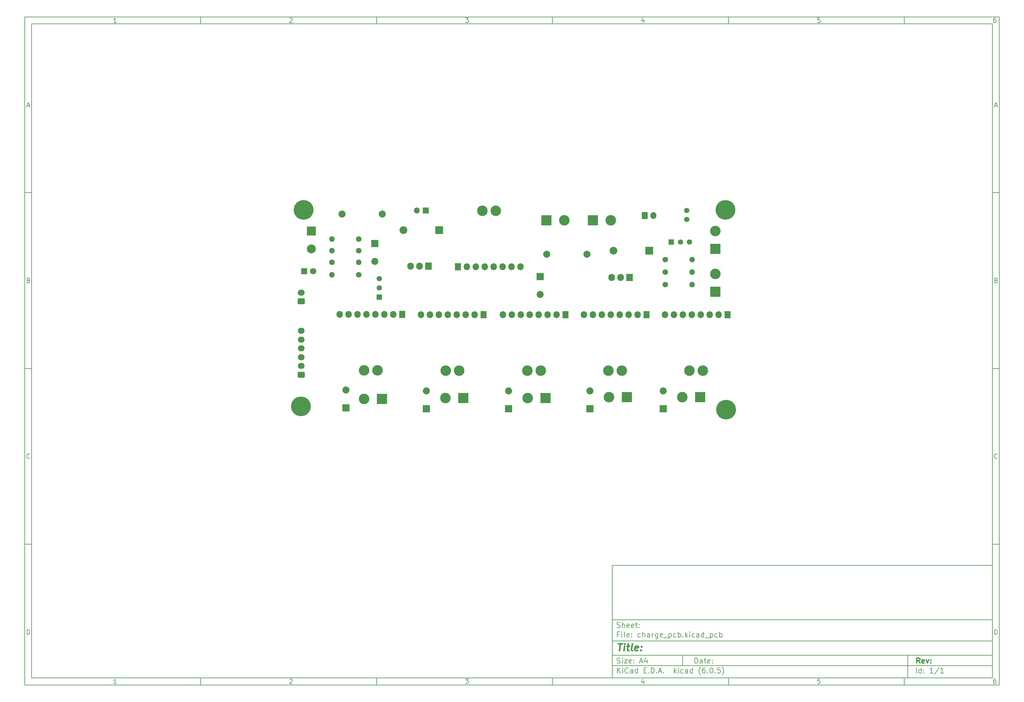
<source format=gts>
G04 #@! TF.GenerationSoftware,KiCad,Pcbnew,(6.0.5)*
G04 #@! TF.CreationDate,2024-02-08T12:48:18+01:00*
G04 #@! TF.ProjectId,charge_pcb,63686172-6765-45f7-9063-622e6b696361,rev?*
G04 #@! TF.SameCoordinates,Original*
G04 #@! TF.FileFunction,Soldermask,Top*
G04 #@! TF.FilePolarity,Negative*
%FSLAX46Y46*%
G04 Gerber Fmt 4.6, Leading zero omitted, Abs format (unit mm)*
G04 Created by KiCad (PCBNEW (6.0.5)) date 2024-02-08 12:48:18*
%MOMM*%
%LPD*%
G01*
G04 APERTURE LIST*
G04 Aperture macros list*
%AMRoundRect*
0 Rectangle with rounded corners*
0 $1 Rounding radius*
0 $2 $3 $4 $5 $6 $7 $8 $9 X,Y pos of 4 corners*
0 Add a 4 corners polygon primitive as box body*
4,1,4,$2,$3,$4,$5,$6,$7,$8,$9,$2,$3,0*
0 Add four circle primitives for the rounded corners*
1,1,$1+$1,$2,$3*
1,1,$1+$1,$4,$5*
1,1,$1+$1,$6,$7*
1,1,$1+$1,$8,$9*
0 Add four rect primitives between the rounded corners*
20,1,$1+$1,$2,$3,$4,$5,0*
20,1,$1+$1,$4,$5,$6,$7,0*
20,1,$1+$1,$6,$7,$8,$9,0*
20,1,$1+$1,$8,$9,$2,$3,0*%
G04 Aperture macros list end*
%ADD10C,0.100000*%
%ADD11C,0.150000*%
%ADD12C,0.300000*%
%ADD13C,0.400000*%
%ADD14R,2.540000X2.540000*%
%ADD15C,2.540000*%
%ADD16C,1.501140*%
%ADD17R,2.000000X2.000000*%
%ADD18O,2.000000X2.000000*%
%ADD19C,2.000000*%
%ADD20R,3.000000X3.000000*%
%ADD21C,3.000000*%
%ADD22R,1.500000X1.500000*%
%ADD23C,1.500000*%
%ADD24C,1.600000*%
%ADD25O,1.600000X1.600000*%
%ADD26C,5.600000*%
%ADD27C,3.600000*%
%ADD28R,1.905000X2.000000*%
%ADD29O,1.905000X2.000000*%
%ADD30RoundRect,0.250000X0.725000X-0.600000X0.725000X0.600000X-0.725000X0.600000X-0.725000X-0.600000X0*%
%ADD31O,1.950000X1.700000*%
%ADD32RoundRect,0.250000X0.750000X-0.600000X0.750000X0.600000X-0.750000X0.600000X-0.750000X-0.600000X0*%
%ADD33O,2.000000X1.700000*%
%ADD34RoundRect,0.250000X-0.600000X-0.750000X0.600000X-0.750000X0.600000X0.750000X-0.600000X0.750000X0*%
%ADD35O,1.700000X2.000000*%
%ADD36R,1.800000X2.000000*%
%ADD37O,1.800000X2.000000*%
%ADD38O,3.000000X3.000000*%
%ADD39R,1.700000X1.700000*%
%ADD40O,1.700000X1.700000*%
%ADD41R,1.800000X1.800000*%
%ADD42C,1.800000*%
%ADD43R,2.200000X2.200000*%
%ADD44O,2.200000X2.200000*%
G04 APERTURE END LIST*
D10*
D11*
X177002200Y-166007200D02*
X177002200Y-198007200D01*
X285002200Y-198007200D01*
X285002200Y-166007200D01*
X177002200Y-166007200D01*
D10*
D11*
X10000000Y-10000000D02*
X10000000Y-200007200D01*
X287002200Y-200007200D01*
X287002200Y-10000000D01*
X10000000Y-10000000D01*
D10*
D11*
X12000000Y-12000000D02*
X12000000Y-198007200D01*
X285002200Y-198007200D01*
X285002200Y-12000000D01*
X12000000Y-12000000D01*
D10*
D11*
X60000000Y-12000000D02*
X60000000Y-10000000D01*
D10*
D11*
X110000000Y-12000000D02*
X110000000Y-10000000D01*
D10*
D11*
X160000000Y-12000000D02*
X160000000Y-10000000D01*
D10*
D11*
X210000000Y-12000000D02*
X210000000Y-10000000D01*
D10*
D11*
X260000000Y-12000000D02*
X260000000Y-10000000D01*
D10*
D11*
X36065476Y-11588095D02*
X35322619Y-11588095D01*
X35694047Y-11588095D02*
X35694047Y-10288095D01*
X35570238Y-10473809D01*
X35446428Y-10597619D01*
X35322619Y-10659523D01*
D10*
D11*
X85322619Y-10411904D02*
X85384523Y-10350000D01*
X85508333Y-10288095D01*
X85817857Y-10288095D01*
X85941666Y-10350000D01*
X86003571Y-10411904D01*
X86065476Y-10535714D01*
X86065476Y-10659523D01*
X86003571Y-10845238D01*
X85260714Y-11588095D01*
X86065476Y-11588095D01*
D10*
D11*
X135260714Y-10288095D02*
X136065476Y-10288095D01*
X135632142Y-10783333D01*
X135817857Y-10783333D01*
X135941666Y-10845238D01*
X136003571Y-10907142D01*
X136065476Y-11030952D01*
X136065476Y-11340476D01*
X136003571Y-11464285D01*
X135941666Y-11526190D01*
X135817857Y-11588095D01*
X135446428Y-11588095D01*
X135322619Y-11526190D01*
X135260714Y-11464285D01*
D10*
D11*
X185941666Y-10721428D02*
X185941666Y-11588095D01*
X185632142Y-10226190D02*
X185322619Y-11154761D01*
X186127380Y-11154761D01*
D10*
D11*
X236003571Y-10288095D02*
X235384523Y-10288095D01*
X235322619Y-10907142D01*
X235384523Y-10845238D01*
X235508333Y-10783333D01*
X235817857Y-10783333D01*
X235941666Y-10845238D01*
X236003571Y-10907142D01*
X236065476Y-11030952D01*
X236065476Y-11340476D01*
X236003571Y-11464285D01*
X235941666Y-11526190D01*
X235817857Y-11588095D01*
X235508333Y-11588095D01*
X235384523Y-11526190D01*
X235322619Y-11464285D01*
D10*
D11*
X285941666Y-10288095D02*
X285694047Y-10288095D01*
X285570238Y-10350000D01*
X285508333Y-10411904D01*
X285384523Y-10597619D01*
X285322619Y-10845238D01*
X285322619Y-11340476D01*
X285384523Y-11464285D01*
X285446428Y-11526190D01*
X285570238Y-11588095D01*
X285817857Y-11588095D01*
X285941666Y-11526190D01*
X286003571Y-11464285D01*
X286065476Y-11340476D01*
X286065476Y-11030952D01*
X286003571Y-10907142D01*
X285941666Y-10845238D01*
X285817857Y-10783333D01*
X285570238Y-10783333D01*
X285446428Y-10845238D01*
X285384523Y-10907142D01*
X285322619Y-11030952D01*
D10*
D11*
X60000000Y-198007200D02*
X60000000Y-200007200D01*
D10*
D11*
X110000000Y-198007200D02*
X110000000Y-200007200D01*
D10*
D11*
X160000000Y-198007200D02*
X160000000Y-200007200D01*
D10*
D11*
X210000000Y-198007200D02*
X210000000Y-200007200D01*
D10*
D11*
X260000000Y-198007200D02*
X260000000Y-200007200D01*
D10*
D11*
X36065476Y-199595295D02*
X35322619Y-199595295D01*
X35694047Y-199595295D02*
X35694047Y-198295295D01*
X35570238Y-198481009D01*
X35446428Y-198604819D01*
X35322619Y-198666723D01*
D10*
D11*
X85322619Y-198419104D02*
X85384523Y-198357200D01*
X85508333Y-198295295D01*
X85817857Y-198295295D01*
X85941666Y-198357200D01*
X86003571Y-198419104D01*
X86065476Y-198542914D01*
X86065476Y-198666723D01*
X86003571Y-198852438D01*
X85260714Y-199595295D01*
X86065476Y-199595295D01*
D10*
D11*
X135260714Y-198295295D02*
X136065476Y-198295295D01*
X135632142Y-198790533D01*
X135817857Y-198790533D01*
X135941666Y-198852438D01*
X136003571Y-198914342D01*
X136065476Y-199038152D01*
X136065476Y-199347676D01*
X136003571Y-199471485D01*
X135941666Y-199533390D01*
X135817857Y-199595295D01*
X135446428Y-199595295D01*
X135322619Y-199533390D01*
X135260714Y-199471485D01*
D10*
D11*
X185941666Y-198728628D02*
X185941666Y-199595295D01*
X185632142Y-198233390D02*
X185322619Y-199161961D01*
X186127380Y-199161961D01*
D10*
D11*
X236003571Y-198295295D02*
X235384523Y-198295295D01*
X235322619Y-198914342D01*
X235384523Y-198852438D01*
X235508333Y-198790533D01*
X235817857Y-198790533D01*
X235941666Y-198852438D01*
X236003571Y-198914342D01*
X236065476Y-199038152D01*
X236065476Y-199347676D01*
X236003571Y-199471485D01*
X235941666Y-199533390D01*
X235817857Y-199595295D01*
X235508333Y-199595295D01*
X235384523Y-199533390D01*
X235322619Y-199471485D01*
D10*
D11*
X285941666Y-198295295D02*
X285694047Y-198295295D01*
X285570238Y-198357200D01*
X285508333Y-198419104D01*
X285384523Y-198604819D01*
X285322619Y-198852438D01*
X285322619Y-199347676D01*
X285384523Y-199471485D01*
X285446428Y-199533390D01*
X285570238Y-199595295D01*
X285817857Y-199595295D01*
X285941666Y-199533390D01*
X286003571Y-199471485D01*
X286065476Y-199347676D01*
X286065476Y-199038152D01*
X286003571Y-198914342D01*
X285941666Y-198852438D01*
X285817857Y-198790533D01*
X285570238Y-198790533D01*
X285446428Y-198852438D01*
X285384523Y-198914342D01*
X285322619Y-199038152D01*
D10*
D11*
X10000000Y-60000000D02*
X12000000Y-60000000D01*
D10*
D11*
X10000000Y-110000000D02*
X12000000Y-110000000D01*
D10*
D11*
X10000000Y-160000000D02*
X12000000Y-160000000D01*
D10*
D11*
X10690476Y-35216666D02*
X11309523Y-35216666D01*
X10566666Y-35588095D02*
X11000000Y-34288095D01*
X11433333Y-35588095D01*
D10*
D11*
X11092857Y-84907142D02*
X11278571Y-84969047D01*
X11340476Y-85030952D01*
X11402380Y-85154761D01*
X11402380Y-85340476D01*
X11340476Y-85464285D01*
X11278571Y-85526190D01*
X11154761Y-85588095D01*
X10659523Y-85588095D01*
X10659523Y-84288095D01*
X11092857Y-84288095D01*
X11216666Y-84350000D01*
X11278571Y-84411904D01*
X11340476Y-84535714D01*
X11340476Y-84659523D01*
X11278571Y-84783333D01*
X11216666Y-84845238D01*
X11092857Y-84907142D01*
X10659523Y-84907142D01*
D10*
D11*
X11402380Y-135464285D02*
X11340476Y-135526190D01*
X11154761Y-135588095D01*
X11030952Y-135588095D01*
X10845238Y-135526190D01*
X10721428Y-135402380D01*
X10659523Y-135278571D01*
X10597619Y-135030952D01*
X10597619Y-134845238D01*
X10659523Y-134597619D01*
X10721428Y-134473809D01*
X10845238Y-134350000D01*
X11030952Y-134288095D01*
X11154761Y-134288095D01*
X11340476Y-134350000D01*
X11402380Y-134411904D01*
D10*
D11*
X10659523Y-185588095D02*
X10659523Y-184288095D01*
X10969047Y-184288095D01*
X11154761Y-184350000D01*
X11278571Y-184473809D01*
X11340476Y-184597619D01*
X11402380Y-184845238D01*
X11402380Y-185030952D01*
X11340476Y-185278571D01*
X11278571Y-185402380D01*
X11154761Y-185526190D01*
X10969047Y-185588095D01*
X10659523Y-185588095D01*
D10*
D11*
X287002200Y-60000000D02*
X285002200Y-60000000D01*
D10*
D11*
X287002200Y-110000000D02*
X285002200Y-110000000D01*
D10*
D11*
X287002200Y-160000000D02*
X285002200Y-160000000D01*
D10*
D11*
X285692676Y-35216666D02*
X286311723Y-35216666D01*
X285568866Y-35588095D02*
X286002200Y-34288095D01*
X286435533Y-35588095D01*
D10*
D11*
X286095057Y-84907142D02*
X286280771Y-84969047D01*
X286342676Y-85030952D01*
X286404580Y-85154761D01*
X286404580Y-85340476D01*
X286342676Y-85464285D01*
X286280771Y-85526190D01*
X286156961Y-85588095D01*
X285661723Y-85588095D01*
X285661723Y-84288095D01*
X286095057Y-84288095D01*
X286218866Y-84350000D01*
X286280771Y-84411904D01*
X286342676Y-84535714D01*
X286342676Y-84659523D01*
X286280771Y-84783333D01*
X286218866Y-84845238D01*
X286095057Y-84907142D01*
X285661723Y-84907142D01*
D10*
D11*
X286404580Y-135464285D02*
X286342676Y-135526190D01*
X286156961Y-135588095D01*
X286033152Y-135588095D01*
X285847438Y-135526190D01*
X285723628Y-135402380D01*
X285661723Y-135278571D01*
X285599819Y-135030952D01*
X285599819Y-134845238D01*
X285661723Y-134597619D01*
X285723628Y-134473809D01*
X285847438Y-134350000D01*
X286033152Y-134288095D01*
X286156961Y-134288095D01*
X286342676Y-134350000D01*
X286404580Y-134411904D01*
D10*
D11*
X285661723Y-185588095D02*
X285661723Y-184288095D01*
X285971247Y-184288095D01*
X286156961Y-184350000D01*
X286280771Y-184473809D01*
X286342676Y-184597619D01*
X286404580Y-184845238D01*
X286404580Y-185030952D01*
X286342676Y-185278571D01*
X286280771Y-185402380D01*
X286156961Y-185526190D01*
X285971247Y-185588095D01*
X285661723Y-185588095D01*
D10*
D11*
X200434342Y-193785771D02*
X200434342Y-192285771D01*
X200791485Y-192285771D01*
X201005771Y-192357200D01*
X201148628Y-192500057D01*
X201220057Y-192642914D01*
X201291485Y-192928628D01*
X201291485Y-193142914D01*
X201220057Y-193428628D01*
X201148628Y-193571485D01*
X201005771Y-193714342D01*
X200791485Y-193785771D01*
X200434342Y-193785771D01*
X202577200Y-193785771D02*
X202577200Y-193000057D01*
X202505771Y-192857200D01*
X202362914Y-192785771D01*
X202077200Y-192785771D01*
X201934342Y-192857200D01*
X202577200Y-193714342D02*
X202434342Y-193785771D01*
X202077200Y-193785771D01*
X201934342Y-193714342D01*
X201862914Y-193571485D01*
X201862914Y-193428628D01*
X201934342Y-193285771D01*
X202077200Y-193214342D01*
X202434342Y-193214342D01*
X202577200Y-193142914D01*
X203077200Y-192785771D02*
X203648628Y-192785771D01*
X203291485Y-192285771D02*
X203291485Y-193571485D01*
X203362914Y-193714342D01*
X203505771Y-193785771D01*
X203648628Y-193785771D01*
X204720057Y-193714342D02*
X204577200Y-193785771D01*
X204291485Y-193785771D01*
X204148628Y-193714342D01*
X204077200Y-193571485D01*
X204077200Y-193000057D01*
X204148628Y-192857200D01*
X204291485Y-192785771D01*
X204577200Y-192785771D01*
X204720057Y-192857200D01*
X204791485Y-193000057D01*
X204791485Y-193142914D01*
X204077200Y-193285771D01*
X205434342Y-193642914D02*
X205505771Y-193714342D01*
X205434342Y-193785771D01*
X205362914Y-193714342D01*
X205434342Y-193642914D01*
X205434342Y-193785771D01*
X205434342Y-192857200D02*
X205505771Y-192928628D01*
X205434342Y-193000057D01*
X205362914Y-192928628D01*
X205434342Y-192857200D01*
X205434342Y-193000057D01*
D10*
D11*
X177002200Y-194507200D02*
X285002200Y-194507200D01*
D10*
D11*
X178434342Y-196585771D02*
X178434342Y-195085771D01*
X179291485Y-196585771D02*
X178648628Y-195728628D01*
X179291485Y-195085771D02*
X178434342Y-195942914D01*
X179934342Y-196585771D02*
X179934342Y-195585771D01*
X179934342Y-195085771D02*
X179862914Y-195157200D01*
X179934342Y-195228628D01*
X180005771Y-195157200D01*
X179934342Y-195085771D01*
X179934342Y-195228628D01*
X181505771Y-196442914D02*
X181434342Y-196514342D01*
X181220057Y-196585771D01*
X181077200Y-196585771D01*
X180862914Y-196514342D01*
X180720057Y-196371485D01*
X180648628Y-196228628D01*
X180577200Y-195942914D01*
X180577200Y-195728628D01*
X180648628Y-195442914D01*
X180720057Y-195300057D01*
X180862914Y-195157200D01*
X181077200Y-195085771D01*
X181220057Y-195085771D01*
X181434342Y-195157200D01*
X181505771Y-195228628D01*
X182791485Y-196585771D02*
X182791485Y-195800057D01*
X182720057Y-195657200D01*
X182577200Y-195585771D01*
X182291485Y-195585771D01*
X182148628Y-195657200D01*
X182791485Y-196514342D02*
X182648628Y-196585771D01*
X182291485Y-196585771D01*
X182148628Y-196514342D01*
X182077200Y-196371485D01*
X182077200Y-196228628D01*
X182148628Y-196085771D01*
X182291485Y-196014342D01*
X182648628Y-196014342D01*
X182791485Y-195942914D01*
X184148628Y-196585771D02*
X184148628Y-195085771D01*
X184148628Y-196514342D02*
X184005771Y-196585771D01*
X183720057Y-196585771D01*
X183577200Y-196514342D01*
X183505771Y-196442914D01*
X183434342Y-196300057D01*
X183434342Y-195871485D01*
X183505771Y-195728628D01*
X183577200Y-195657200D01*
X183720057Y-195585771D01*
X184005771Y-195585771D01*
X184148628Y-195657200D01*
X186005771Y-195800057D02*
X186505771Y-195800057D01*
X186720057Y-196585771D02*
X186005771Y-196585771D01*
X186005771Y-195085771D01*
X186720057Y-195085771D01*
X187362914Y-196442914D02*
X187434342Y-196514342D01*
X187362914Y-196585771D01*
X187291485Y-196514342D01*
X187362914Y-196442914D01*
X187362914Y-196585771D01*
X188077200Y-196585771D02*
X188077200Y-195085771D01*
X188434342Y-195085771D01*
X188648628Y-195157200D01*
X188791485Y-195300057D01*
X188862914Y-195442914D01*
X188934342Y-195728628D01*
X188934342Y-195942914D01*
X188862914Y-196228628D01*
X188791485Y-196371485D01*
X188648628Y-196514342D01*
X188434342Y-196585771D01*
X188077200Y-196585771D01*
X189577200Y-196442914D02*
X189648628Y-196514342D01*
X189577200Y-196585771D01*
X189505771Y-196514342D01*
X189577200Y-196442914D01*
X189577200Y-196585771D01*
X190220057Y-196157200D02*
X190934342Y-196157200D01*
X190077200Y-196585771D02*
X190577200Y-195085771D01*
X191077200Y-196585771D01*
X191577200Y-196442914D02*
X191648628Y-196514342D01*
X191577200Y-196585771D01*
X191505771Y-196514342D01*
X191577200Y-196442914D01*
X191577200Y-196585771D01*
X194577200Y-196585771D02*
X194577200Y-195085771D01*
X194720057Y-196014342D02*
X195148628Y-196585771D01*
X195148628Y-195585771D02*
X194577200Y-196157200D01*
X195791485Y-196585771D02*
X195791485Y-195585771D01*
X195791485Y-195085771D02*
X195720057Y-195157200D01*
X195791485Y-195228628D01*
X195862914Y-195157200D01*
X195791485Y-195085771D01*
X195791485Y-195228628D01*
X197148628Y-196514342D02*
X197005771Y-196585771D01*
X196720057Y-196585771D01*
X196577200Y-196514342D01*
X196505771Y-196442914D01*
X196434342Y-196300057D01*
X196434342Y-195871485D01*
X196505771Y-195728628D01*
X196577200Y-195657200D01*
X196720057Y-195585771D01*
X197005771Y-195585771D01*
X197148628Y-195657200D01*
X198434342Y-196585771D02*
X198434342Y-195800057D01*
X198362914Y-195657200D01*
X198220057Y-195585771D01*
X197934342Y-195585771D01*
X197791485Y-195657200D01*
X198434342Y-196514342D02*
X198291485Y-196585771D01*
X197934342Y-196585771D01*
X197791485Y-196514342D01*
X197720057Y-196371485D01*
X197720057Y-196228628D01*
X197791485Y-196085771D01*
X197934342Y-196014342D01*
X198291485Y-196014342D01*
X198434342Y-195942914D01*
X199791485Y-196585771D02*
X199791485Y-195085771D01*
X199791485Y-196514342D02*
X199648628Y-196585771D01*
X199362914Y-196585771D01*
X199220057Y-196514342D01*
X199148628Y-196442914D01*
X199077200Y-196300057D01*
X199077200Y-195871485D01*
X199148628Y-195728628D01*
X199220057Y-195657200D01*
X199362914Y-195585771D01*
X199648628Y-195585771D01*
X199791485Y-195657200D01*
X202077200Y-197157200D02*
X202005771Y-197085771D01*
X201862914Y-196871485D01*
X201791485Y-196728628D01*
X201720057Y-196514342D01*
X201648628Y-196157200D01*
X201648628Y-195871485D01*
X201720057Y-195514342D01*
X201791485Y-195300057D01*
X201862914Y-195157200D01*
X202005771Y-194942914D01*
X202077200Y-194871485D01*
X203291485Y-195085771D02*
X203005771Y-195085771D01*
X202862914Y-195157200D01*
X202791485Y-195228628D01*
X202648628Y-195442914D01*
X202577200Y-195728628D01*
X202577200Y-196300057D01*
X202648628Y-196442914D01*
X202720057Y-196514342D01*
X202862914Y-196585771D01*
X203148628Y-196585771D01*
X203291485Y-196514342D01*
X203362914Y-196442914D01*
X203434342Y-196300057D01*
X203434342Y-195942914D01*
X203362914Y-195800057D01*
X203291485Y-195728628D01*
X203148628Y-195657200D01*
X202862914Y-195657200D01*
X202720057Y-195728628D01*
X202648628Y-195800057D01*
X202577200Y-195942914D01*
X204077200Y-196442914D02*
X204148628Y-196514342D01*
X204077200Y-196585771D01*
X204005771Y-196514342D01*
X204077200Y-196442914D01*
X204077200Y-196585771D01*
X205077200Y-195085771D02*
X205220057Y-195085771D01*
X205362914Y-195157200D01*
X205434342Y-195228628D01*
X205505771Y-195371485D01*
X205577200Y-195657200D01*
X205577200Y-196014342D01*
X205505771Y-196300057D01*
X205434342Y-196442914D01*
X205362914Y-196514342D01*
X205220057Y-196585771D01*
X205077200Y-196585771D01*
X204934342Y-196514342D01*
X204862914Y-196442914D01*
X204791485Y-196300057D01*
X204720057Y-196014342D01*
X204720057Y-195657200D01*
X204791485Y-195371485D01*
X204862914Y-195228628D01*
X204934342Y-195157200D01*
X205077200Y-195085771D01*
X206220057Y-196442914D02*
X206291485Y-196514342D01*
X206220057Y-196585771D01*
X206148628Y-196514342D01*
X206220057Y-196442914D01*
X206220057Y-196585771D01*
X207648628Y-195085771D02*
X206934342Y-195085771D01*
X206862914Y-195800057D01*
X206934342Y-195728628D01*
X207077200Y-195657200D01*
X207434342Y-195657200D01*
X207577200Y-195728628D01*
X207648628Y-195800057D01*
X207720057Y-195942914D01*
X207720057Y-196300057D01*
X207648628Y-196442914D01*
X207577200Y-196514342D01*
X207434342Y-196585771D01*
X207077200Y-196585771D01*
X206934342Y-196514342D01*
X206862914Y-196442914D01*
X208220057Y-197157200D02*
X208291485Y-197085771D01*
X208434342Y-196871485D01*
X208505771Y-196728628D01*
X208577200Y-196514342D01*
X208648628Y-196157200D01*
X208648628Y-195871485D01*
X208577200Y-195514342D01*
X208505771Y-195300057D01*
X208434342Y-195157200D01*
X208291485Y-194942914D01*
X208220057Y-194871485D01*
D10*
D11*
X177002200Y-191507200D02*
X285002200Y-191507200D01*
D10*
D12*
X264411485Y-193785771D02*
X263911485Y-193071485D01*
X263554342Y-193785771D02*
X263554342Y-192285771D01*
X264125771Y-192285771D01*
X264268628Y-192357200D01*
X264340057Y-192428628D01*
X264411485Y-192571485D01*
X264411485Y-192785771D01*
X264340057Y-192928628D01*
X264268628Y-193000057D01*
X264125771Y-193071485D01*
X263554342Y-193071485D01*
X265625771Y-193714342D02*
X265482914Y-193785771D01*
X265197200Y-193785771D01*
X265054342Y-193714342D01*
X264982914Y-193571485D01*
X264982914Y-193000057D01*
X265054342Y-192857200D01*
X265197200Y-192785771D01*
X265482914Y-192785771D01*
X265625771Y-192857200D01*
X265697200Y-193000057D01*
X265697200Y-193142914D01*
X264982914Y-193285771D01*
X266197200Y-192785771D02*
X266554342Y-193785771D01*
X266911485Y-192785771D01*
X267482914Y-193642914D02*
X267554342Y-193714342D01*
X267482914Y-193785771D01*
X267411485Y-193714342D01*
X267482914Y-193642914D01*
X267482914Y-193785771D01*
X267482914Y-192857200D02*
X267554342Y-192928628D01*
X267482914Y-193000057D01*
X267411485Y-192928628D01*
X267482914Y-192857200D01*
X267482914Y-193000057D01*
D10*
D11*
X178362914Y-193714342D02*
X178577200Y-193785771D01*
X178934342Y-193785771D01*
X179077200Y-193714342D01*
X179148628Y-193642914D01*
X179220057Y-193500057D01*
X179220057Y-193357200D01*
X179148628Y-193214342D01*
X179077200Y-193142914D01*
X178934342Y-193071485D01*
X178648628Y-193000057D01*
X178505771Y-192928628D01*
X178434342Y-192857200D01*
X178362914Y-192714342D01*
X178362914Y-192571485D01*
X178434342Y-192428628D01*
X178505771Y-192357200D01*
X178648628Y-192285771D01*
X179005771Y-192285771D01*
X179220057Y-192357200D01*
X179862914Y-193785771D02*
X179862914Y-192785771D01*
X179862914Y-192285771D02*
X179791485Y-192357200D01*
X179862914Y-192428628D01*
X179934342Y-192357200D01*
X179862914Y-192285771D01*
X179862914Y-192428628D01*
X180434342Y-192785771D02*
X181220057Y-192785771D01*
X180434342Y-193785771D01*
X181220057Y-193785771D01*
X182362914Y-193714342D02*
X182220057Y-193785771D01*
X181934342Y-193785771D01*
X181791485Y-193714342D01*
X181720057Y-193571485D01*
X181720057Y-193000057D01*
X181791485Y-192857200D01*
X181934342Y-192785771D01*
X182220057Y-192785771D01*
X182362914Y-192857200D01*
X182434342Y-193000057D01*
X182434342Y-193142914D01*
X181720057Y-193285771D01*
X183077200Y-193642914D02*
X183148628Y-193714342D01*
X183077200Y-193785771D01*
X183005771Y-193714342D01*
X183077200Y-193642914D01*
X183077200Y-193785771D01*
X183077200Y-192857200D02*
X183148628Y-192928628D01*
X183077200Y-193000057D01*
X183005771Y-192928628D01*
X183077200Y-192857200D01*
X183077200Y-193000057D01*
X184862914Y-193357200D02*
X185577200Y-193357200D01*
X184720057Y-193785771D02*
X185220057Y-192285771D01*
X185720057Y-193785771D01*
X186862914Y-192785771D02*
X186862914Y-193785771D01*
X186505771Y-192214342D02*
X186148628Y-193285771D01*
X187077200Y-193285771D01*
D10*
D11*
X263434342Y-196585771D02*
X263434342Y-195085771D01*
X264791485Y-196585771D02*
X264791485Y-195085771D01*
X264791485Y-196514342D02*
X264648628Y-196585771D01*
X264362914Y-196585771D01*
X264220057Y-196514342D01*
X264148628Y-196442914D01*
X264077200Y-196300057D01*
X264077200Y-195871485D01*
X264148628Y-195728628D01*
X264220057Y-195657200D01*
X264362914Y-195585771D01*
X264648628Y-195585771D01*
X264791485Y-195657200D01*
X265505771Y-196442914D02*
X265577200Y-196514342D01*
X265505771Y-196585771D01*
X265434342Y-196514342D01*
X265505771Y-196442914D01*
X265505771Y-196585771D01*
X265505771Y-195657200D02*
X265577200Y-195728628D01*
X265505771Y-195800057D01*
X265434342Y-195728628D01*
X265505771Y-195657200D01*
X265505771Y-195800057D01*
X268148628Y-196585771D02*
X267291485Y-196585771D01*
X267720057Y-196585771D02*
X267720057Y-195085771D01*
X267577200Y-195300057D01*
X267434342Y-195442914D01*
X267291485Y-195514342D01*
X269862914Y-195014342D02*
X268577200Y-196942914D01*
X271148628Y-196585771D02*
X270291485Y-196585771D01*
X270720057Y-196585771D02*
X270720057Y-195085771D01*
X270577200Y-195300057D01*
X270434342Y-195442914D01*
X270291485Y-195514342D01*
D10*
D11*
X177002200Y-187507200D02*
X285002200Y-187507200D01*
D10*
D13*
X178714580Y-188211961D02*
X179857438Y-188211961D01*
X179036009Y-190211961D02*
X179286009Y-188211961D01*
X180274104Y-190211961D02*
X180440771Y-188878628D01*
X180524104Y-188211961D02*
X180416961Y-188307200D01*
X180500295Y-188402438D01*
X180607438Y-188307200D01*
X180524104Y-188211961D01*
X180500295Y-188402438D01*
X181107438Y-188878628D02*
X181869342Y-188878628D01*
X181476485Y-188211961D02*
X181262200Y-189926247D01*
X181333628Y-190116723D01*
X181512200Y-190211961D01*
X181702676Y-190211961D01*
X182655057Y-190211961D02*
X182476485Y-190116723D01*
X182405057Y-189926247D01*
X182619342Y-188211961D01*
X184190771Y-190116723D02*
X183988390Y-190211961D01*
X183607438Y-190211961D01*
X183428866Y-190116723D01*
X183357438Y-189926247D01*
X183452676Y-189164342D01*
X183571723Y-188973866D01*
X183774104Y-188878628D01*
X184155057Y-188878628D01*
X184333628Y-188973866D01*
X184405057Y-189164342D01*
X184381247Y-189354819D01*
X183405057Y-189545295D01*
X185155057Y-190021485D02*
X185238390Y-190116723D01*
X185131247Y-190211961D01*
X185047914Y-190116723D01*
X185155057Y-190021485D01*
X185131247Y-190211961D01*
X185286009Y-188973866D02*
X185369342Y-189069104D01*
X185262200Y-189164342D01*
X185178866Y-189069104D01*
X185286009Y-188973866D01*
X185262200Y-189164342D01*
D10*
D11*
X178934342Y-185600057D02*
X178434342Y-185600057D01*
X178434342Y-186385771D02*
X178434342Y-184885771D01*
X179148628Y-184885771D01*
X179720057Y-186385771D02*
X179720057Y-185385771D01*
X179720057Y-184885771D02*
X179648628Y-184957200D01*
X179720057Y-185028628D01*
X179791485Y-184957200D01*
X179720057Y-184885771D01*
X179720057Y-185028628D01*
X180648628Y-186385771D02*
X180505771Y-186314342D01*
X180434342Y-186171485D01*
X180434342Y-184885771D01*
X181791485Y-186314342D02*
X181648628Y-186385771D01*
X181362914Y-186385771D01*
X181220057Y-186314342D01*
X181148628Y-186171485D01*
X181148628Y-185600057D01*
X181220057Y-185457200D01*
X181362914Y-185385771D01*
X181648628Y-185385771D01*
X181791485Y-185457200D01*
X181862914Y-185600057D01*
X181862914Y-185742914D01*
X181148628Y-185885771D01*
X182505771Y-186242914D02*
X182577200Y-186314342D01*
X182505771Y-186385771D01*
X182434342Y-186314342D01*
X182505771Y-186242914D01*
X182505771Y-186385771D01*
X182505771Y-185457200D02*
X182577200Y-185528628D01*
X182505771Y-185600057D01*
X182434342Y-185528628D01*
X182505771Y-185457200D01*
X182505771Y-185600057D01*
X185005771Y-186314342D02*
X184862914Y-186385771D01*
X184577200Y-186385771D01*
X184434342Y-186314342D01*
X184362914Y-186242914D01*
X184291485Y-186100057D01*
X184291485Y-185671485D01*
X184362914Y-185528628D01*
X184434342Y-185457200D01*
X184577200Y-185385771D01*
X184862914Y-185385771D01*
X185005771Y-185457200D01*
X185648628Y-186385771D02*
X185648628Y-184885771D01*
X186291485Y-186385771D02*
X186291485Y-185600057D01*
X186220057Y-185457200D01*
X186077200Y-185385771D01*
X185862914Y-185385771D01*
X185720057Y-185457200D01*
X185648628Y-185528628D01*
X187648628Y-186385771D02*
X187648628Y-185600057D01*
X187577200Y-185457200D01*
X187434342Y-185385771D01*
X187148628Y-185385771D01*
X187005771Y-185457200D01*
X187648628Y-186314342D02*
X187505771Y-186385771D01*
X187148628Y-186385771D01*
X187005771Y-186314342D01*
X186934342Y-186171485D01*
X186934342Y-186028628D01*
X187005771Y-185885771D01*
X187148628Y-185814342D01*
X187505771Y-185814342D01*
X187648628Y-185742914D01*
X188362914Y-186385771D02*
X188362914Y-185385771D01*
X188362914Y-185671485D02*
X188434342Y-185528628D01*
X188505771Y-185457200D01*
X188648628Y-185385771D01*
X188791485Y-185385771D01*
X189934342Y-185385771D02*
X189934342Y-186600057D01*
X189862914Y-186742914D01*
X189791485Y-186814342D01*
X189648628Y-186885771D01*
X189434342Y-186885771D01*
X189291485Y-186814342D01*
X189934342Y-186314342D02*
X189791485Y-186385771D01*
X189505771Y-186385771D01*
X189362914Y-186314342D01*
X189291485Y-186242914D01*
X189220057Y-186100057D01*
X189220057Y-185671485D01*
X189291485Y-185528628D01*
X189362914Y-185457200D01*
X189505771Y-185385771D01*
X189791485Y-185385771D01*
X189934342Y-185457200D01*
X191220057Y-186314342D02*
X191077200Y-186385771D01*
X190791485Y-186385771D01*
X190648628Y-186314342D01*
X190577200Y-186171485D01*
X190577200Y-185600057D01*
X190648628Y-185457200D01*
X190791485Y-185385771D01*
X191077200Y-185385771D01*
X191220057Y-185457200D01*
X191291485Y-185600057D01*
X191291485Y-185742914D01*
X190577200Y-185885771D01*
X191577200Y-186528628D02*
X192720057Y-186528628D01*
X193077200Y-185385771D02*
X193077200Y-186885771D01*
X193077200Y-185457200D02*
X193220057Y-185385771D01*
X193505771Y-185385771D01*
X193648628Y-185457200D01*
X193720057Y-185528628D01*
X193791485Y-185671485D01*
X193791485Y-186100057D01*
X193720057Y-186242914D01*
X193648628Y-186314342D01*
X193505771Y-186385771D01*
X193220057Y-186385771D01*
X193077200Y-186314342D01*
X195077200Y-186314342D02*
X194934342Y-186385771D01*
X194648628Y-186385771D01*
X194505771Y-186314342D01*
X194434342Y-186242914D01*
X194362914Y-186100057D01*
X194362914Y-185671485D01*
X194434342Y-185528628D01*
X194505771Y-185457200D01*
X194648628Y-185385771D01*
X194934342Y-185385771D01*
X195077200Y-185457200D01*
X195720057Y-186385771D02*
X195720057Y-184885771D01*
X195720057Y-185457200D02*
X195862914Y-185385771D01*
X196148628Y-185385771D01*
X196291485Y-185457200D01*
X196362914Y-185528628D01*
X196434342Y-185671485D01*
X196434342Y-186100057D01*
X196362914Y-186242914D01*
X196291485Y-186314342D01*
X196148628Y-186385771D01*
X195862914Y-186385771D01*
X195720057Y-186314342D01*
X197077200Y-186242914D02*
X197148628Y-186314342D01*
X197077200Y-186385771D01*
X197005771Y-186314342D01*
X197077200Y-186242914D01*
X197077200Y-186385771D01*
X197791485Y-186385771D02*
X197791485Y-184885771D01*
X197934342Y-185814342D02*
X198362914Y-186385771D01*
X198362914Y-185385771D02*
X197791485Y-185957200D01*
X199005771Y-186385771D02*
X199005771Y-185385771D01*
X199005771Y-184885771D02*
X198934342Y-184957200D01*
X199005771Y-185028628D01*
X199077200Y-184957200D01*
X199005771Y-184885771D01*
X199005771Y-185028628D01*
X200362914Y-186314342D02*
X200220057Y-186385771D01*
X199934342Y-186385771D01*
X199791485Y-186314342D01*
X199720057Y-186242914D01*
X199648628Y-186100057D01*
X199648628Y-185671485D01*
X199720057Y-185528628D01*
X199791485Y-185457200D01*
X199934342Y-185385771D01*
X200220057Y-185385771D01*
X200362914Y-185457200D01*
X201648628Y-186385771D02*
X201648628Y-185600057D01*
X201577200Y-185457200D01*
X201434342Y-185385771D01*
X201148628Y-185385771D01*
X201005771Y-185457200D01*
X201648628Y-186314342D02*
X201505771Y-186385771D01*
X201148628Y-186385771D01*
X201005771Y-186314342D01*
X200934342Y-186171485D01*
X200934342Y-186028628D01*
X201005771Y-185885771D01*
X201148628Y-185814342D01*
X201505771Y-185814342D01*
X201648628Y-185742914D01*
X203005771Y-186385771D02*
X203005771Y-184885771D01*
X203005771Y-186314342D02*
X202862914Y-186385771D01*
X202577200Y-186385771D01*
X202434342Y-186314342D01*
X202362914Y-186242914D01*
X202291485Y-186100057D01*
X202291485Y-185671485D01*
X202362914Y-185528628D01*
X202434342Y-185457200D01*
X202577200Y-185385771D01*
X202862914Y-185385771D01*
X203005771Y-185457200D01*
X203362914Y-186528628D02*
X204505771Y-186528628D01*
X204862914Y-185385771D02*
X204862914Y-186885771D01*
X204862914Y-185457200D02*
X205005771Y-185385771D01*
X205291485Y-185385771D01*
X205434342Y-185457200D01*
X205505771Y-185528628D01*
X205577200Y-185671485D01*
X205577200Y-186100057D01*
X205505771Y-186242914D01*
X205434342Y-186314342D01*
X205291485Y-186385771D01*
X205005771Y-186385771D01*
X204862914Y-186314342D01*
X206862914Y-186314342D02*
X206720057Y-186385771D01*
X206434342Y-186385771D01*
X206291485Y-186314342D01*
X206220057Y-186242914D01*
X206148628Y-186100057D01*
X206148628Y-185671485D01*
X206220057Y-185528628D01*
X206291485Y-185457200D01*
X206434342Y-185385771D01*
X206720057Y-185385771D01*
X206862914Y-185457200D01*
X207505771Y-186385771D02*
X207505771Y-184885771D01*
X207505771Y-185457200D02*
X207648628Y-185385771D01*
X207934342Y-185385771D01*
X208077200Y-185457200D01*
X208148628Y-185528628D01*
X208220057Y-185671485D01*
X208220057Y-186100057D01*
X208148628Y-186242914D01*
X208077200Y-186314342D01*
X207934342Y-186385771D01*
X207648628Y-186385771D01*
X207505771Y-186314342D01*
D10*
D11*
X177002200Y-181507200D02*
X285002200Y-181507200D01*
D10*
D11*
X178362914Y-183614342D02*
X178577200Y-183685771D01*
X178934342Y-183685771D01*
X179077200Y-183614342D01*
X179148628Y-183542914D01*
X179220057Y-183400057D01*
X179220057Y-183257200D01*
X179148628Y-183114342D01*
X179077200Y-183042914D01*
X178934342Y-182971485D01*
X178648628Y-182900057D01*
X178505771Y-182828628D01*
X178434342Y-182757200D01*
X178362914Y-182614342D01*
X178362914Y-182471485D01*
X178434342Y-182328628D01*
X178505771Y-182257200D01*
X178648628Y-182185771D01*
X179005771Y-182185771D01*
X179220057Y-182257200D01*
X179862914Y-183685771D02*
X179862914Y-182185771D01*
X180505771Y-183685771D02*
X180505771Y-182900057D01*
X180434342Y-182757200D01*
X180291485Y-182685771D01*
X180077200Y-182685771D01*
X179934342Y-182757200D01*
X179862914Y-182828628D01*
X181791485Y-183614342D02*
X181648628Y-183685771D01*
X181362914Y-183685771D01*
X181220057Y-183614342D01*
X181148628Y-183471485D01*
X181148628Y-182900057D01*
X181220057Y-182757200D01*
X181362914Y-182685771D01*
X181648628Y-182685771D01*
X181791485Y-182757200D01*
X181862914Y-182900057D01*
X181862914Y-183042914D01*
X181148628Y-183185771D01*
X183077200Y-183614342D02*
X182934342Y-183685771D01*
X182648628Y-183685771D01*
X182505771Y-183614342D01*
X182434342Y-183471485D01*
X182434342Y-182900057D01*
X182505771Y-182757200D01*
X182648628Y-182685771D01*
X182934342Y-182685771D01*
X183077200Y-182757200D01*
X183148628Y-182900057D01*
X183148628Y-183042914D01*
X182434342Y-183185771D01*
X183577200Y-182685771D02*
X184148628Y-182685771D01*
X183791485Y-182185771D02*
X183791485Y-183471485D01*
X183862914Y-183614342D01*
X184005771Y-183685771D01*
X184148628Y-183685771D01*
X184648628Y-183542914D02*
X184720057Y-183614342D01*
X184648628Y-183685771D01*
X184577200Y-183614342D01*
X184648628Y-183542914D01*
X184648628Y-183685771D01*
X184648628Y-182757200D02*
X184720057Y-182828628D01*
X184648628Y-182900057D01*
X184577200Y-182828628D01*
X184648628Y-182757200D01*
X184648628Y-182900057D01*
D10*
D12*
D10*
D11*
D10*
D11*
D10*
D11*
D10*
D11*
D10*
D11*
X197002200Y-191507200D02*
X197002200Y-194507200D01*
D10*
D11*
X261002200Y-191507200D02*
X261002200Y-198007200D01*
D14*
X91440000Y-70866000D03*
D15*
X91440000Y-75946000D03*
D16*
X198120000Y-65024000D03*
X198120000Y-67564000D03*
D17*
X109545000Y-74422000D03*
D18*
X109545000Y-79502000D03*
D19*
X111618000Y-66040000D03*
X100218000Y-66040000D03*
X169784000Y-77470000D03*
X158384000Y-77470000D03*
D20*
X111530000Y-118618000D03*
D21*
X106450000Y-118618000D03*
D22*
X110744000Y-89662000D03*
D23*
X110744000Y-87062000D03*
X110744000Y-84462000D03*
D22*
X193742000Y-74035000D03*
D23*
X196342000Y-74035000D03*
X198942000Y-74035000D03*
D24*
X104902000Y-83312000D03*
D25*
X97282000Y-83312000D03*
D24*
X104902000Y-73152000D03*
D25*
X97282000Y-73152000D03*
D24*
X192024000Y-86106000D03*
D25*
X199644000Y-86106000D03*
D24*
X192024000Y-82550000D03*
D25*
X199644000Y-82550000D03*
D26*
X89289000Y-64897000D03*
D27*
X89289000Y-64897000D03*
X209169000Y-64897000D03*
D26*
X209169000Y-64897000D03*
D27*
X209296000Y-121666000D03*
D26*
X209296000Y-121666000D03*
X88550000Y-120780000D03*
D27*
X88550000Y-120780000D03*
D20*
X181102000Y-118110000D03*
D21*
X176022000Y-118110000D03*
D28*
X181864000Y-84074000D03*
D29*
X179324000Y-84074000D03*
X176784000Y-84074000D03*
D28*
X124714000Y-80843000D03*
D29*
X122174000Y-80843000D03*
X119634000Y-80843000D03*
D30*
X88629000Y-111760000D03*
D31*
X88629000Y-109260000D03*
X88629000Y-106760000D03*
X88629000Y-104260000D03*
X88629000Y-101760000D03*
X88629000Y-99260000D03*
D20*
X134620000Y-118364000D03*
D21*
X129540000Y-118364000D03*
D20*
X158242000Y-67818000D03*
D21*
X163322000Y-67818000D03*
D32*
X88629000Y-90912000D03*
D33*
X88629000Y-88412000D03*
D20*
X171450000Y-67818000D03*
D21*
X176530000Y-67818000D03*
D20*
X157988000Y-118364000D03*
D21*
X152908000Y-118364000D03*
D34*
X186202000Y-66531000D03*
D35*
X188702000Y-66531000D03*
D20*
X201930000Y-118110000D03*
D21*
X196850000Y-118110000D03*
D20*
X206248000Y-75946000D03*
D21*
X206248000Y-70866000D03*
D20*
X206248000Y-88138000D03*
D21*
X206248000Y-83058000D03*
D36*
X140450000Y-94700000D03*
D37*
X137910000Y-94700000D03*
X135370000Y-94700000D03*
X132830000Y-94700000D03*
X130290000Y-94700000D03*
X127750000Y-94700000D03*
X125210000Y-94700000D03*
X122670000Y-94700000D03*
D38*
X133465000Y-110575000D03*
X129655000Y-110575000D03*
D36*
X133096000Y-81026000D03*
D37*
X135636000Y-81026000D03*
X138176000Y-81026000D03*
X140716000Y-81026000D03*
X143256000Y-81026000D03*
X145796000Y-81026000D03*
X148336000Y-81026000D03*
X150876000Y-81026000D03*
D38*
X140081000Y-65151000D03*
X143891000Y-65151000D03*
D36*
X163680000Y-94700000D03*
D37*
X161140000Y-94700000D03*
X158600000Y-94700000D03*
X156060000Y-94700000D03*
X153520000Y-94700000D03*
X150980000Y-94700000D03*
X148440000Y-94700000D03*
X145900000Y-94700000D03*
D38*
X156695000Y-110575000D03*
X152885000Y-110575000D03*
D36*
X186720000Y-94700000D03*
D37*
X184180000Y-94700000D03*
X181640000Y-94700000D03*
X179100000Y-94700000D03*
X176560000Y-94700000D03*
X174020000Y-94700000D03*
X171480000Y-94700000D03*
X168940000Y-94700000D03*
D38*
X179735000Y-110575000D03*
X175925000Y-110575000D03*
D36*
X209750000Y-94700000D03*
D37*
X207210000Y-94700000D03*
X204670000Y-94700000D03*
X202130000Y-94700000D03*
X199590000Y-94700000D03*
X197050000Y-94700000D03*
X194510000Y-94700000D03*
X191970000Y-94700000D03*
D38*
X202765000Y-110575000D03*
X198955000Y-110575000D03*
D24*
X192024000Y-78994000D03*
D25*
X199644000Y-78994000D03*
D24*
X104902000Y-76454000D03*
D25*
X97282000Y-76454000D03*
D39*
X123957000Y-65024000D03*
D40*
X121417000Y-65024000D03*
D17*
X191445000Y-121412000D03*
D18*
X191445000Y-116332000D03*
D17*
X101275000Y-121158000D03*
D18*
X101275000Y-116078000D03*
D17*
X124135000Y-121412000D03*
D18*
X124135000Y-116332000D03*
D17*
X156535000Y-83820000D03*
D18*
X156535000Y-88900000D03*
D36*
X117280000Y-94620000D03*
D37*
X114740000Y-94620000D03*
X112200000Y-94620000D03*
X109660000Y-94620000D03*
X107120000Y-94620000D03*
X104580000Y-94620000D03*
X102040000Y-94620000D03*
X99500000Y-94620000D03*
D38*
X110295000Y-110495000D03*
X106485000Y-110495000D03*
D41*
X89403000Y-82296000D03*
D42*
X91943000Y-82296000D03*
D17*
X147503000Y-121412000D03*
D18*
X147503000Y-116332000D03*
D24*
X97282000Y-79756000D03*
D25*
X104902000Y-79756000D03*
D43*
X187452000Y-76454000D03*
D44*
X177292000Y-76454000D03*
D43*
X127762000Y-70612000D03*
D44*
X117602000Y-70612000D03*
D17*
X170617000Y-121412000D03*
D18*
X170617000Y-116332000D03*
M02*

</source>
